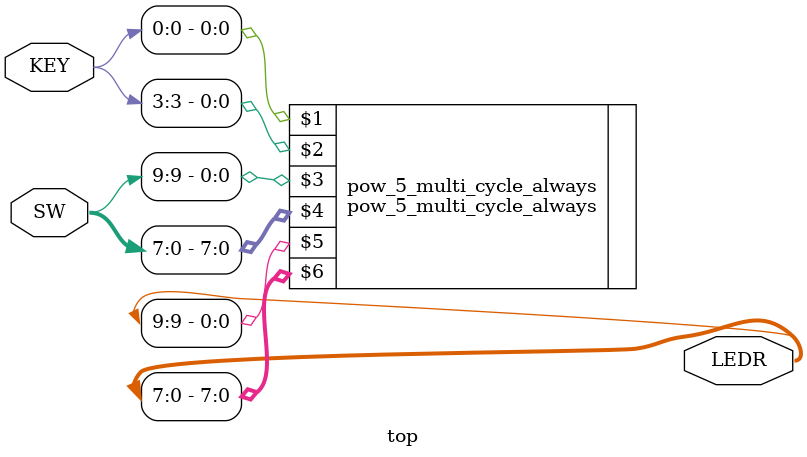
<source format=v>

module top (SW, KEY, LEDR);

	 input wire [9:0] SW;        // DE-series switches
    input wire [3:0] KEY;       // DE-series pushbuttons
	 
	 output wire [9:0] LEDR;     // DE-series LEDs   

    pow_5_multi_cycle_always pow_5_multi_cycle_always (KEY[0], KEY[3], SW[9], SW[7:0], LEDR[9], LEDR[7:0]);

endmodule


</source>
